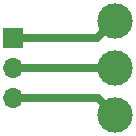
<source format=gbr>
%TF.GenerationSoftware,KiCad,Pcbnew,(7.0.0-0)*%
%TF.CreationDate,2023-05-15T11:59:22-04:00*%
%TF.ProjectId,4dapter-N64Board-KiCad,34646170-7465-4722-9d4e-3634426f6172,rev?*%
%TF.SameCoordinates,Original*%
%TF.FileFunction,Copper,L1,Top*%
%TF.FilePolarity,Positive*%
%FSLAX46Y46*%
G04 Gerber Fmt 4.6, Leading zero omitted, Abs format (unit mm)*
G04 Created by KiCad (PCBNEW (7.0.0-0)) date 2023-05-15 11:59:22*
%MOMM*%
%LPD*%
G01*
G04 APERTURE LIST*
%TA.AperFunction,ComponentPad*%
%ADD10C,3.000000*%
%TD*%
%TA.AperFunction,ComponentPad*%
%ADD11R,1.700000X1.700000*%
%TD*%
%TA.AperFunction,ComponentPad*%
%ADD12O,1.700000X1.700000*%
%TD*%
%TA.AperFunction,Conductor*%
%ADD13C,0.635000*%
%TD*%
G04 APERTURE END LIST*
D10*
%TO.P,U3,1,3V3*%
%TO.N,POWER*%
X129210000Y-65990000D03*
%TO.P,U3,2,DATA*%
%TO.N,DATA*%
X129210000Y-69990000D03*
%TO.P,U3,3,GND*%
%TO.N,GND*%
X129210000Y-73990000D03*
%TD*%
D11*
%TO.P,REF\u002A\u002A,1*%
%TO.N,POWER*%
X120607499Y-67474999D03*
D12*
%TO.P,REF\u002A\u002A,2*%
%TO.N,DATA*%
X120607499Y-70014999D03*
%TO.P,REF\u002A\u002A,3*%
%TO.N,GND*%
X120607499Y-72554999D03*
%TD*%
D13*
%TO.N,GND*%
X127775000Y-72555000D02*
X129210000Y-73990000D01*
X120607500Y-72555000D02*
X127775000Y-72555000D01*
%TO.N,POWER*%
X120607500Y-67475000D02*
X127725000Y-67475000D01*
X127725000Y-67475000D02*
X129210000Y-65990000D01*
%TO.N,DATA*%
X129185000Y-70015000D02*
X129210000Y-69990000D01*
X120607500Y-70015000D02*
X129185000Y-70015000D01*
%TD*%
M02*

</source>
